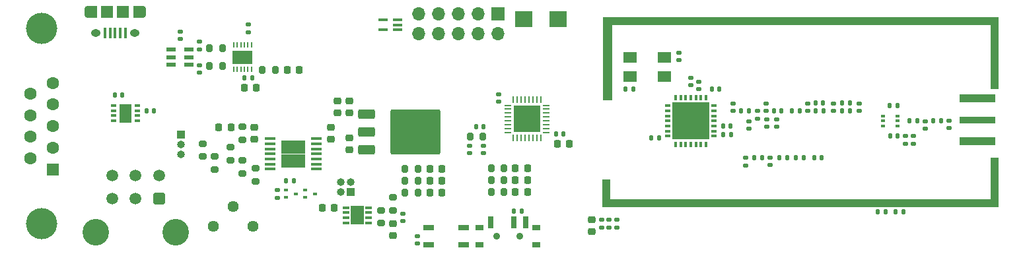
<source format=gbr>
%TF.GenerationSoftware,KiCad,Pcbnew,7.0.5*%
%TF.CreationDate,2023-07-23T12:45:19-06:00*%
%TF.ProjectId,CAN-USB RF Module,43414e2d-5553-4422-9052-46204d6f6475,rev?*%
%TF.SameCoordinates,Original*%
%TF.FileFunction,Soldermask,Top*%
%TF.FilePolarity,Negative*%
%FSLAX46Y46*%
G04 Gerber Fmt 4.6, Leading zero omitted, Abs format (unit mm)*
G04 Created by KiCad (PCBNEW 7.0.5) date 2023-07-23 12:45:19*
%MOMM*%
%LPD*%
G01*
G04 APERTURE LIST*
G04 Aperture macros list*
%AMRoundRect*
0 Rectangle with rounded corners*
0 $1 Rounding radius*
0 $2 $3 $4 $5 $6 $7 $8 $9 X,Y pos of 4 corners*
0 Add a 4 corners polygon primitive as box body*
4,1,4,$2,$3,$4,$5,$6,$7,$8,$9,$2,$3,0*
0 Add four circle primitives for the rounded corners*
1,1,$1+$1,$2,$3*
1,1,$1+$1,$4,$5*
1,1,$1+$1,$6,$7*
1,1,$1+$1,$8,$9*
0 Add four rect primitives between the rounded corners*
20,1,$1+$1,$2,$3,$4,$5,0*
20,1,$1+$1,$4,$5,$6,$7,0*
20,1,$1+$1,$6,$7,$8,$9,0*
20,1,$1+$1,$8,$9,$2,$3,0*%
G04 Aperture macros list end*
%ADD10C,0.000000*%
%ADD11RoundRect,0.135000X0.135000X0.185000X-0.135000X0.185000X-0.135000X-0.185000X0.135000X-0.185000X0*%
%ADD12RoundRect,0.140000X-0.170000X0.140000X-0.170000X-0.140000X0.170000X-0.140000X0.170000X0.140000X0*%
%ADD13RoundRect,0.218750X0.218750X0.256250X-0.218750X0.256250X-0.218750X-0.256250X0.218750X-0.256250X0*%
%ADD14RoundRect,0.135000X-0.185000X0.135000X-0.185000X-0.135000X0.185000X-0.135000X0.185000X0.135000X0*%
%ADD15RoundRect,0.147500X-0.147500X-0.172500X0.147500X-0.172500X0.147500X0.172500X-0.147500X0.172500X0*%
%ADD16RoundRect,0.140000X0.170000X-0.140000X0.170000X0.140000X-0.170000X0.140000X-0.170000X-0.140000X0*%
%ADD17RoundRect,0.200000X0.200000X0.275000X-0.200000X0.275000X-0.200000X-0.275000X0.200000X-0.275000X0*%
%ADD18RoundRect,0.140000X-0.140000X-0.170000X0.140000X-0.170000X0.140000X0.170000X-0.140000X0.170000X0*%
%ADD19RoundRect,0.140000X0.140000X0.170000X-0.140000X0.170000X-0.140000X-0.170000X0.140000X-0.170000X0*%
%ADD20RoundRect,0.200000X0.275000X-0.200000X0.275000X0.200000X-0.275000X0.200000X-0.275000X-0.200000X0*%
%ADD21R,0.600000X0.420000*%
%ADD22RoundRect,0.200000X-0.200000X-0.275000X0.200000X-0.275000X0.200000X0.275000X-0.200000X0.275000X0*%
%ADD23RoundRect,0.200000X-0.275000X0.200000X-0.275000X-0.200000X0.275000X-0.200000X0.275000X0.200000X0*%
%ADD24RoundRect,0.135000X-0.135000X-0.185000X0.135000X-0.185000X0.135000X0.185000X-0.135000X0.185000X0*%
%ADD25R,0.510000X0.400000*%
%ADD26RoundRect,0.147500X-0.172500X0.147500X-0.172500X-0.147500X0.172500X-0.147500X0.172500X0.147500X0*%
%ADD27RoundRect,0.225000X-0.250000X0.225000X-0.250000X-0.225000X0.250000X-0.225000X0.250000X0.225000X0*%
%ADD28RoundRect,0.225000X-0.225000X-0.250000X0.225000X-0.250000X0.225000X0.250000X-0.225000X0.250000X0*%
%ADD29RoundRect,0.225000X0.250000X-0.225000X0.250000X0.225000X-0.250000X0.225000X-0.250000X-0.225000X0*%
%ADD30RoundRect,0.225000X0.225000X0.250000X-0.225000X0.250000X-0.225000X-0.250000X0.225000X-0.250000X0*%
%ADD31R,1.000000X1.000000*%
%ADD32O,1.000000X1.000000*%
%ADD33C,4.000000*%
%ADD34R,1.600000X1.600000*%
%ADD35C,1.600000*%
%ADD36R,0.400000X1.350000*%
%ADD37O,0.890000X1.550000*%
%ADD38R,1.200000X1.550000*%
%ADD39O,1.250000X0.950000*%
%ADD40R,1.500000X1.550000*%
%ADD41R,0.807999X0.305600*%
%ADD42R,1.752600X2.489200*%
%ADD43R,2.200000X2.150000*%
%ADD44R,1.000000X0.800000*%
%ADD45C,0.900000*%
%ADD46R,0.700000X1.500000*%
%ADD47R,1.450000X0.450000*%
%ADD48R,1.500000X1.800000*%
%ADD49R,1.200000X0.400000*%
%ADD50RoundRect,0.250001X0.499999X0.499999X-0.499999X0.499999X-0.499999X-0.499999X0.499999X-0.499999X0*%
%ADD51C,1.500000*%
%ADD52C,3.410000*%
%ADD53RoundRect,0.218750X-0.218750X-0.256250X0.218750X-0.256250X0.218750X0.256250X-0.218750X0.256250X0*%
%ADD54R,4.560000X0.850000*%
%ADD55R,4.560000X1.000000*%
%ADD56RoundRect,0.250000X-0.850000X-0.350000X0.850000X-0.350000X0.850000X0.350000X-0.850000X0.350000X0*%
%ADD57RoundRect,0.249997X-2.950003X-2.650003X2.950003X-2.650003X2.950003X2.650003X-2.950003X2.650003X0*%
%ADD58R,1.200000X0.600000*%
%ADD59C,1.440000*%
%ADD60R,1.700000X1.700000*%
%ADD61O,1.700000X1.700000*%
%ADD62R,0.650000X0.350000*%
%ADD63R,1.550000X2.400000*%
%ADD64RoundRect,0.062500X-0.375000X-0.062500X0.375000X-0.062500X0.375000X0.062500X-0.375000X0.062500X0*%
%ADD65RoundRect,0.062500X-0.062500X-0.375000X0.062500X-0.375000X0.062500X0.375000X-0.062500X0.375000X0*%
%ADD66R,3.450000X3.450000*%
%ADD67R,1.391400X0.710400*%
%ADD68R,0.300000X0.750000*%
%ADD69R,0.750000X0.300000*%
%ADD70R,4.800000X4.800000*%
%ADD71R,1.800000X1.400000*%
%ADD72R,0.250000X0.650000*%
%ADD73R,2.500000X1.700000*%
G04 APERTURE END LIST*
D10*
G36*
X193040000Y-112649000D02*
G01*
X142240000Y-112649000D01*
X142240000Y-109093000D01*
X143256000Y-109093000D01*
X143256000Y-111633000D01*
X192024000Y-111633000D01*
X192024000Y-106299000D01*
X193040000Y-106299000D01*
X193040000Y-112649000D01*
G37*
G36*
X193040000Y-97536000D02*
G01*
X192024000Y-97536000D01*
X192024000Y-89281000D01*
X143510000Y-89281000D01*
X143510000Y-98933000D01*
X142367000Y-98933000D01*
X142367000Y-88265000D01*
X193040000Y-88265000D01*
X193040000Y-97536000D01*
G37*
D11*
%TO.C,R16*%
X102730000Y-109290000D03*
X101710000Y-109290000D03*
%TD*%
D12*
%TO.C,C20*%
X161055600Y-101628000D03*
X161055600Y-102588000D03*
%TD*%
D13*
%TO.C,D7*%
X121691500Y-110814000D03*
X120116500Y-110814000D03*
%TD*%
D14*
%TO.C,R7*%
X182152600Y-103503000D03*
X182152600Y-104523000D03*
%TD*%
D15*
%TO.C,L5*%
X169610600Y-100330000D03*
X170580600Y-100330000D03*
%TD*%
D16*
%TO.C,C15*%
X154606600Y-97523000D03*
X154606600Y-96563000D03*
%TD*%
D12*
%TO.C,C25*%
X163789000Y-106318718D03*
X163789000Y-107278718D03*
%TD*%
D14*
%TO.C,R6*%
X181121600Y-103503000D03*
X181121600Y-104523000D03*
%TD*%
D17*
%TO.C,R3*%
X93535000Y-92278500D03*
X91885000Y-92278500D03*
%TD*%
D12*
%TO.C,C58*%
X143129000Y-114300000D03*
X143129000Y-115260000D03*
%TD*%
D18*
%TO.C,C28*%
X164967800Y-106334800D03*
X165927800Y-106334800D03*
%TD*%
D16*
%TO.C,C16*%
X153590600Y-97015000D03*
X153590600Y-96055000D03*
%TD*%
D19*
%TO.C,C34*%
X180077600Y-99641000D03*
X179117600Y-99641000D03*
%TD*%
D16*
%TO.C,C31*%
X159023600Y-100302000D03*
X159023600Y-99342000D03*
%TD*%
D20*
%TO.C,R13*%
X115382999Y-113060001D03*
X115382999Y-111410001D03*
%TD*%
D16*
%TO.C,C37*%
X183661600Y-102588000D03*
X183661600Y-101628000D03*
%TD*%
D21*
%TO.C,U6*%
X178200600Y-100950000D03*
X178200600Y-101600000D03*
X178200600Y-102250000D03*
X180100600Y-102250000D03*
X180100600Y-101600000D03*
X180100600Y-100950000D03*
%TD*%
D22*
%TO.C,R21*%
X116968000Y-110814000D03*
X118618000Y-110814000D03*
%TD*%
D23*
%TO.C,R11*%
X91059000Y-104528000D03*
X91059000Y-106178000D03*
%TD*%
D17*
%TO.C,FB1*%
X126967500Y-103604000D03*
X125317500Y-103604000D03*
%TD*%
D12*
%TO.C,C1*%
X118547101Y-116403000D03*
X118547101Y-117363000D03*
%TD*%
D24*
%TO.C,R9*%
X177546000Y-113284000D03*
X178566000Y-113284000D03*
%TD*%
D16*
%TO.C,C12*%
X90632000Y-95425500D03*
X90632000Y-94465500D03*
%TD*%
D23*
%TO.C,R18*%
X96139000Y-106687000D03*
X96139000Y-108337000D03*
%TD*%
D18*
%TO.C,C14*%
X156285600Y-97551000D03*
X157245600Y-97551000D03*
%TD*%
D25*
%TO.C,Q2*%
X104115000Y-110441000D03*
X104115000Y-111441000D03*
X105405000Y-110941000D03*
%TD*%
D20*
%TO.C,R12*%
X113858999Y-114711001D03*
X113858999Y-113061001D03*
%TD*%
D14*
%TO.C,R15*%
X100569000Y-110431000D03*
X100569000Y-111451000D03*
%TD*%
D26*
%TO.C,L2*%
X162175600Y-100353000D03*
X162175600Y-101323000D03*
%TD*%
D27*
%TO.C,C44*%
X115382999Y-114762001D03*
X115382999Y-116312001D03*
%TD*%
D22*
%TO.C,R30*%
X116967000Y-109290000D03*
X118617000Y-109290000D03*
%TD*%
D28*
%TO.C,C9*%
X96380000Y-97358500D03*
X97930000Y-97358500D03*
%TD*%
D24*
%TO.C,R5*%
X167046000Y-106334800D03*
X168066000Y-106334800D03*
%TD*%
D16*
%TO.C,C38*%
X186709600Y-102547600D03*
X186709600Y-101587600D03*
%TD*%
D13*
%TO.C,D9*%
X132677500Y-109220000D03*
X131102500Y-109220000D03*
%TD*%
D12*
%TO.C,C30*%
X171850600Y-99342000D03*
X171850600Y-100302000D03*
%TD*%
D20*
%TO.C,R19*%
X96139000Y-104019000D03*
X96139000Y-102369000D03*
%TD*%
D16*
%TO.C,C8*%
X96901000Y-90218500D03*
X96901000Y-89258500D03*
%TD*%
%TO.C,C43*%
X116652999Y-114493001D03*
X116652999Y-113533001D03*
%TD*%
D13*
%TO.C,D4*%
X132677500Y-110744000D03*
X131102500Y-110744000D03*
%TD*%
D29*
%TO.C,C52*%
X109855000Y-105296000D03*
X109855000Y-103746000D03*
%TD*%
D12*
%TO.C,C24*%
X164588600Y-101374000D03*
X164588600Y-102334000D03*
%TD*%
%TO.C,C22*%
X160614000Y-106346718D03*
X160614000Y-107306718D03*
%TD*%
D19*
%TO.C,C39*%
X84760500Y-100294000D03*
X83800500Y-100294000D03*
%TD*%
%TO.C,C50*%
X146196600Y-97536000D03*
X145236600Y-97536000D03*
%TD*%
D29*
%TO.C,C41*%
X107442000Y-103956000D03*
X107442000Y-102406000D03*
%TD*%
D12*
%TO.C,C51*%
X175152600Y-99342000D03*
X175152600Y-100302000D03*
%TD*%
D18*
%TO.C,C10*%
X96393000Y-96088500D03*
X97353000Y-96088500D03*
%TD*%
D29*
%TO.C,C48*%
X97663000Y-103969000D03*
X97663000Y-102419000D03*
%TD*%
D19*
%TO.C,C29*%
X170552600Y-99273600D03*
X169592600Y-99273600D03*
%TD*%
D30*
%TO.C,C42*%
X107885499Y-112743001D03*
X106335499Y-112743001D03*
%TD*%
D31*
%TO.C,J1*%
X110010000Y-110687000D03*
D32*
X108740000Y-110687000D03*
X110010000Y-109417000D03*
X108740000Y-109417000D03*
%TD*%
D33*
%TO.C,J7*%
X70381000Y-89771000D03*
X70381000Y-114771000D03*
D34*
X71801000Y-107811000D03*
D35*
X71801000Y-105041000D03*
X71801000Y-102271000D03*
X71801000Y-99501000D03*
X71801000Y-96731000D03*
X68961000Y-106426000D03*
X68961000Y-103656000D03*
X68961000Y-100886000D03*
X68961000Y-98116000D03*
%TD*%
D36*
%TO.C,J2*%
X81096000Y-90297000D03*
X80446000Y-90297000D03*
X79796000Y-90297000D03*
X79146000Y-90297000D03*
X78496000Y-90297000D03*
D37*
X83296000Y-87597000D03*
D38*
X82696000Y-87597000D03*
D39*
X82296000Y-90297000D03*
D40*
X80796000Y-87597000D03*
X78796000Y-87597000D03*
D39*
X77296000Y-90297000D03*
D38*
X76896000Y-87597000D03*
D37*
X76296000Y-87597000D03*
%TD*%
D41*
%TO.C,U9*%
X112304799Y-114692999D03*
X112304799Y-114043001D03*
X112304799Y-113392999D03*
X112304799Y-112743001D03*
X109413999Y-112743001D03*
X109413999Y-113392999D03*
X109413999Y-114043001D03*
X109413999Y-114692999D03*
D42*
X110859399Y-113718000D03*
%TD*%
D19*
%TO.C,C40*%
X80696500Y-98319000D03*
X79736500Y-98319000D03*
%TD*%
D43*
%TO.C,D1*%
X132166000Y-88519000D03*
X136566000Y-88519000D03*
%TD*%
D19*
%TO.C,C17*%
X149498600Y-103774000D03*
X148538600Y-103774000D03*
%TD*%
D15*
%TO.C,L7*%
X184700600Y-101600000D03*
X185670600Y-101600000D03*
%TD*%
%TO.C,L4*%
X166562600Y-100330000D03*
X167532600Y-100330000D03*
%TD*%
D18*
%TO.C,C19*%
X157790000Y-103378000D03*
X158750000Y-103378000D03*
%TD*%
D17*
%TO.C,R4*%
X93535000Y-94564500D03*
X91885000Y-94564500D03*
%TD*%
D44*
%TO.C,SW2*%
X126525000Y-115298000D03*
X126525000Y-117508000D03*
D45*
X128675000Y-116408000D03*
X131675000Y-116408000D03*
D44*
X133825000Y-115298000D03*
X133825000Y-117508000D03*
D46*
X127925000Y-114648000D03*
X130925000Y-114648000D03*
X132425000Y-114648000D03*
%TD*%
D23*
%TO.C,R22*%
X92583000Y-106179000D03*
X92583000Y-107829000D03*
%TD*%
D47*
%TO.C,U8*%
X99698000Y-103892000D03*
X99698000Y-104542000D03*
X99698000Y-105192000D03*
X99698000Y-105842000D03*
X99698000Y-106492000D03*
X99698000Y-107142000D03*
X99698000Y-107792000D03*
X105598000Y-107792000D03*
X105598000Y-107142000D03*
X105598000Y-106492000D03*
X105598000Y-105842000D03*
X105598000Y-105192000D03*
X105598000Y-104542000D03*
X105598000Y-103892000D03*
D48*
X101898000Y-104942000D03*
X101898000Y-106742000D03*
X103398000Y-104942000D03*
X103398000Y-106742000D03*
%TD*%
D17*
%TO.C,R26*%
X129667000Y-107696000D03*
X128017000Y-107696000D03*
%TD*%
D49*
%TO.C,IC1*%
X116012000Y-89931000D03*
X116012000Y-89281000D03*
X116012000Y-88631000D03*
X114112000Y-88631000D03*
X114112000Y-89931000D03*
%TD*%
D18*
%TO.C,C32*%
X169412800Y-106334800D03*
X170372800Y-106334800D03*
%TD*%
D50*
%TO.C,J6*%
X85423000Y-111585000D03*
D51*
X82423000Y-111585000D03*
X79423000Y-111585000D03*
X85423000Y-108585000D03*
X82423000Y-108585000D03*
X79423000Y-108585000D03*
D52*
X87573000Y-115905000D03*
X77273000Y-115905000D03*
%TD*%
D53*
%TO.C,D2*%
X101828500Y-95072500D03*
X103403500Y-95072500D03*
%TD*%
D12*
%TO.C,C55*%
X144145000Y-114300000D03*
X144145000Y-115260000D03*
%TD*%
D27*
%TO.C,C56*%
X140906500Y-114259000D03*
X140906500Y-115809000D03*
%TD*%
D54*
%TO.C,J3*%
X190359500Y-101470250D03*
D55*
X190359500Y-104240250D03*
X190359500Y-98700250D03*
%TD*%
D17*
%TO.C,R28*%
X129667000Y-110744000D03*
X128017000Y-110744000D03*
%TD*%
D29*
%TO.C,C53*%
X109855000Y-100597000D03*
X109855000Y-99047000D03*
%TD*%
D56*
%TO.C,U2*%
X112014000Y-100717000D03*
X112014000Y-102997000D03*
D57*
X118314000Y-102997000D03*
D56*
X112014000Y-105277000D03*
%TD*%
D16*
%TO.C,C21*%
X163237600Y-100302000D03*
X163237600Y-99342000D03*
%TD*%
D13*
%TO.C,D10*%
X132677500Y-107696000D03*
X131102500Y-107696000D03*
%TD*%
D28*
%TO.C,C2*%
X136512000Y-104521000D03*
X138062000Y-104521000D03*
%TD*%
D58*
%TO.C,D3*%
X89242000Y-94371500D03*
X89242000Y-93421500D03*
X89242000Y-92471500D03*
X86942000Y-92471500D03*
X86942000Y-93421500D03*
X86942000Y-94371500D03*
%TD*%
D59*
%TO.C,RV1*%
X97437000Y-115132000D03*
X94897000Y-112592000D03*
X92357000Y-115132000D03*
%TD*%
D17*
%TO.C,R27*%
X129667000Y-109220000D03*
X128017000Y-109220000D03*
%TD*%
D60*
%TO.C,J5*%
X128905000Y-87884000D03*
D61*
X128905000Y-90424000D03*
X126365000Y-87884000D03*
X126365000Y-90424000D03*
X123825000Y-87884000D03*
X123825000Y-90424000D03*
X121285000Y-87884000D03*
X121285000Y-90424000D03*
X118745000Y-87884000D03*
X118745000Y-90424000D03*
%TD*%
D16*
%TO.C,C3*%
X128936500Y-99131000D03*
X128936500Y-98171000D03*
%TD*%
D23*
%TO.C,R10*%
X94615000Y-104973000D03*
X94615000Y-106623000D03*
%TD*%
D12*
%TO.C,C7*%
X125253500Y-104775000D03*
X125253500Y-105735000D03*
%TD*%
D15*
%TO.C,L3*%
X161757000Y-106318718D03*
X162727000Y-106318718D03*
%TD*%
%TO.C,L6*%
X173016600Y-100330000D03*
X173986600Y-100330000D03*
%TD*%
%TO.C,L1*%
X160062600Y-100330000D03*
X161032600Y-100330000D03*
%TD*%
D62*
%TO.C,U3*%
X82683500Y-101592500D03*
X82683500Y-100942500D03*
X82683500Y-100292500D03*
X82683500Y-99642500D03*
X79583500Y-99642500D03*
X79583500Y-100292500D03*
X79583500Y-100942500D03*
X79583500Y-101592500D03*
D63*
X81133500Y-100617500D03*
%TD*%
D16*
%TO.C,C49*%
X152066600Y-93825000D03*
X152066600Y-92865000D03*
%TD*%
D12*
%TO.C,C13*%
X88138000Y-90147500D03*
X88138000Y-91107500D03*
%TD*%
D64*
%TO.C,U1*%
X130157500Y-99596000D03*
X130157500Y-100096000D03*
X130157500Y-100596000D03*
X130157500Y-101096000D03*
X130157500Y-101596000D03*
X130157500Y-102096000D03*
X130157500Y-102596000D03*
X130157500Y-103096000D03*
D65*
X130845000Y-103783500D03*
X131345000Y-103783500D03*
X131845000Y-103783500D03*
X132345000Y-103783500D03*
X132845000Y-103783500D03*
X133345000Y-103783500D03*
X133845000Y-103783500D03*
X134345000Y-103783500D03*
D64*
X135032500Y-103096000D03*
X135032500Y-102596000D03*
X135032500Y-102096000D03*
X135032500Y-101596000D03*
X135032500Y-101096000D03*
X135032500Y-100596000D03*
X135032500Y-100096000D03*
X135032500Y-99596000D03*
D65*
X134345000Y-98908500D03*
X133845000Y-98908500D03*
X133345000Y-98908500D03*
X132845000Y-98908500D03*
X132345000Y-98908500D03*
X131845000Y-98908500D03*
X131345000Y-98908500D03*
X130845000Y-98908500D03*
D66*
X132595000Y-101346000D03*
%TD*%
D12*
%TO.C,C26*%
X163318600Y-101374000D03*
X163318600Y-102334000D03*
%TD*%
D53*
%TO.C,D5*%
X93065500Y-102432000D03*
X94640500Y-102432000D03*
%TD*%
D67*
%TO.C,SW1*%
X119972303Y-115275000D03*
X124487899Y-115275000D03*
X119972303Y-117475000D03*
X124487899Y-117475000D03*
%TD*%
D24*
%TO.C,R8*%
X179832000Y-113284000D03*
X180852000Y-113284000D03*
%TD*%
D25*
%TO.C,Q1*%
X101702000Y-110441000D03*
X101702000Y-111441000D03*
X102992000Y-110941000D03*
%TD*%
D68*
%TO.C,U5*%
X155540600Y-98640000D03*
X154890600Y-98640000D03*
X154240600Y-98640000D03*
X153590600Y-98640000D03*
X152940600Y-98640000D03*
X152290600Y-98640000D03*
X151640600Y-98640000D03*
D69*
X150615600Y-99665000D03*
X150615600Y-100315000D03*
X150615600Y-100965000D03*
X150615600Y-101615000D03*
X150615600Y-102265000D03*
X150615600Y-102915000D03*
X150615600Y-103565000D03*
D68*
X151640600Y-104590000D03*
X152290600Y-104590000D03*
X152940600Y-104590000D03*
X153590600Y-104590000D03*
X154240600Y-104590000D03*
X154890600Y-104590000D03*
X155540600Y-104590000D03*
D69*
X156565600Y-103565000D03*
X156565600Y-102915000D03*
X156565600Y-102265000D03*
X156565600Y-101615000D03*
X156565600Y-100965000D03*
X156565600Y-100315000D03*
X156565600Y-99665000D03*
D70*
X153590600Y-101615000D03*
%TD*%
D12*
%TO.C,C27*%
X168548600Y-99342000D03*
X168548600Y-100302000D03*
%TD*%
%TO.C,C6*%
X127031500Y-104775000D03*
X127031500Y-105735000D03*
%TD*%
D18*
%TO.C,C23*%
X164258600Y-100330000D03*
X165218600Y-100330000D03*
%TD*%
D12*
%TO.C,C57*%
X142176500Y-114300000D03*
X142176500Y-115260000D03*
%TD*%
D19*
%TO.C,C33*%
X173981600Y-99273600D03*
X173021600Y-99273600D03*
%TD*%
%TO.C,C5*%
X127003500Y-102334000D03*
X126043500Y-102334000D03*
%TD*%
D71*
%TO.C,Y1*%
X145817600Y-95885000D03*
X150217600Y-95885000D03*
X150217600Y-93485000D03*
X145817600Y-93485000D03*
%TD*%
D29*
%TO.C,C54*%
X108331000Y-100597000D03*
X108331000Y-99047000D03*
%TD*%
D12*
%TO.C,C11*%
X90632000Y-91443500D03*
X90632000Y-92403500D03*
%TD*%
D22*
%TO.C,R23*%
X116968000Y-107766000D03*
X118618000Y-107766000D03*
%TD*%
D18*
%TO.C,C36*%
X181657600Y-101600000D03*
X182617600Y-101600000D03*
%TD*%
D11*
%TO.C,R1*%
X131953000Y-113157000D03*
X130933000Y-113157000D03*
%TD*%
D72*
%TO.C,U4*%
X95014000Y-94971500D03*
X95464000Y-94971500D03*
X95914000Y-94971500D03*
X96364000Y-94971500D03*
X96814000Y-94971500D03*
X97264000Y-94971500D03*
X97264000Y-91871500D03*
X96814000Y-91871500D03*
X96364000Y-91871500D03*
X95914000Y-91871500D03*
X95464000Y-91871500D03*
X95014000Y-91871500D03*
D73*
X96139000Y-93421500D03*
%TD*%
D19*
%TO.C,C35*%
X180120600Y-103505000D03*
X179160600Y-103505000D03*
%TD*%
D22*
%TO.C,R2*%
X98680000Y-95072500D03*
X100330000Y-95072500D03*
%TD*%
D13*
%TO.C,D8*%
X121691500Y-107766000D03*
X120116500Y-107766000D03*
%TD*%
D31*
%TO.C,JP2*%
X88265000Y-103321000D03*
D32*
X88265000Y-104591000D03*
X88265000Y-105861000D03*
%TD*%
D18*
%TO.C,C4*%
X136299000Y-103251000D03*
X137259000Y-103251000D03*
%TD*%
D13*
%TO.C,D11*%
X121691500Y-109290000D03*
X120116500Y-109290000D03*
%TD*%
D23*
%TO.C,R24*%
X97790000Y-107703000D03*
X97790000Y-109353000D03*
%TD*%
D18*
%TO.C,C18*%
X157747000Y-102282600D03*
X158707000Y-102282600D03*
%TD*%
M02*

</source>
